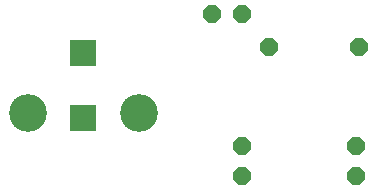
<source format=gbs>
G75*
%MOIN*%
%OFA0B0*%
%FSLAX25Y25*%
%IPPOS*%
%LPD*%
%AMOC8*
5,1,8,0,0,1.08239X$1,22.5*
%
%ADD10OC8,0.06000*%
%ADD11R,0.09068X0.09068*%
%ADD12C,0.12611*%
D10*
X0078609Y0065300D03*
X0078609Y0075300D03*
X0087609Y0108300D03*
X0078609Y0119300D03*
X0068609Y0119300D03*
X0117609Y0108300D03*
X0116609Y0075300D03*
X0116609Y0065300D03*
D11*
X0025609Y0084473D03*
X0025609Y0106127D03*
D12*
X0007106Y0086284D03*
X0044113Y0086284D03*
M02*

</source>
